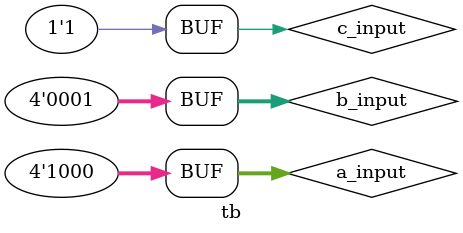
<source format=v>
module tb;
reg [3:0] a_input,b_input;
reg c_input;
wire [4:0] s_sumop;
wire carryout;

  TESTASSN2 obj(a_input,b_input,c_input,carryout, s_sumop);
  initial  
   begin
    a_input=4'b0111; b_input=4'b0010;c_input=1'b0;
    #10;
    a_input=4'b0100; b_input=4'b0011;c_input=1'b1;
    #10;
    a_input=4'b0000; b_input=4'b0010;c_input=1'b0;
    #10;
    a_input=4'b1000; b_input=4'b0001;c_input=1'b1;
   end

endmodule
    
    
</source>
